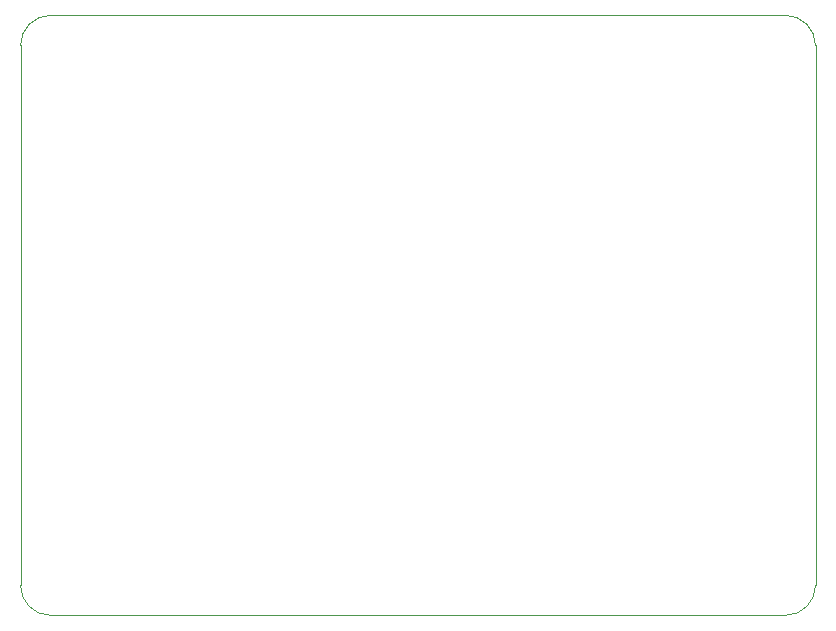
<source format=gbr>
G04 #@! TF.GenerationSoftware,KiCad,Pcbnew,(5.1.4)-1*
G04 #@! TF.CreationDate,2019-12-07T06:36:36-05:00*
G04 #@! TF.ProjectId,BBPSU_Dsch,42425053-555f-4447-9363-682e6b696361,rev?*
G04 #@! TF.SameCoordinates,Original*
G04 #@! TF.FileFunction,Profile,NP*
%FSLAX46Y46*%
G04 Gerber Fmt 4.6, Leading zero omitted, Abs format (unit mm)*
G04 Created by KiCad (PCBNEW (5.1.4)-1) date 2019-12-07 06:36:36*
%MOMM*%
%LPD*%
G04 APERTURE LIST*
%ADD10C,0.100000*%
G04 APERTURE END LIST*
D10*
X44450000Y-74930000D02*
G75*
G02X41910000Y-72390000I0J2540000D01*
G01*
X109220000Y-72390000D02*
G75*
G02X106680000Y-74930000I-2540000J0D01*
G01*
X106680000Y-24130000D02*
G75*
G02X109220000Y-26670000I0J-2540000D01*
G01*
X41910000Y-26670000D02*
G75*
G02X44450000Y-24130000I2540000J0D01*
G01*
X41910000Y-72390000D02*
X41910000Y-26670000D01*
X106680000Y-74930000D02*
X44450000Y-74930000D01*
X109220000Y-26670000D02*
X109220000Y-72390000D01*
X44450000Y-24130000D02*
X106680000Y-24130000D01*
M02*

</source>
